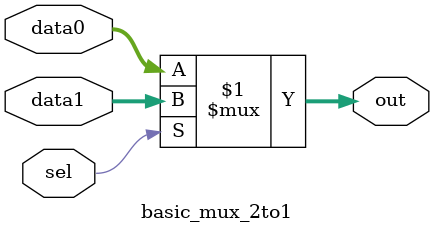
<source format=sv>
module basic_mux_2to1(
    input [7:0] data0, data1,
    input sel,
    output [7:0] out
);
    assign out = sel ? data1 : data0;
endmodule
</source>
